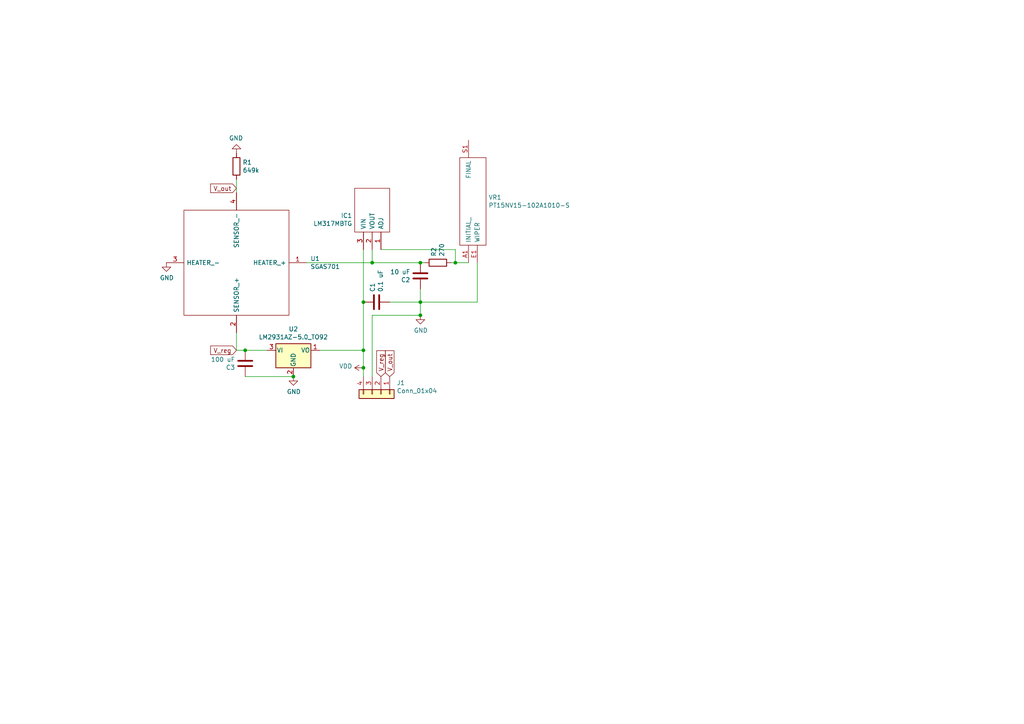
<source format=kicad_sch>
(kicad_sch (version 20211123) (generator eeschema)

  (uuid d414666b-cb3b-4711-9ddb-13cb72dd927b)

  (paper "A4")

  (lib_symbols
    (symbol "Connector_Generic:Conn_01x04" (pin_names (offset 1.016) hide) (in_bom yes) (on_board yes)
      (property "Reference" "J" (id 0) (at 0 5.08 0)
        (effects (font (size 1.27 1.27)))
      )
      (property "Value" "Conn_01x04" (id 1) (at 0 -7.62 0)
        (effects (font (size 1.27 1.27)))
      )
      (property "Footprint" "" (id 2) (at 0 0 0)
        (effects (font (size 1.27 1.27)) hide)
      )
      (property "Datasheet" "~" (id 3) (at 0 0 0)
        (effects (font (size 1.27 1.27)) hide)
      )
      (property "ki_keywords" "connector" (id 4) (at 0 0 0)
        (effects (font (size 1.27 1.27)) hide)
      )
      (property "ki_description" "Generic connector, single row, 01x04, script generated (kicad-library-utils/schlib/autogen/connector/)" (id 5) (at 0 0 0)
        (effects (font (size 1.27 1.27)) hide)
      )
      (property "ki_fp_filters" "Connector*:*_1x??_*" (id 6) (at 0 0 0)
        (effects (font (size 1.27 1.27)) hide)
      )
      (symbol "Conn_01x04_1_1"
        (rectangle (start -1.27 -4.953) (end 0 -5.207)
          (stroke (width 0.1524) (type default) (color 0 0 0 0))
          (fill (type none))
        )
        (rectangle (start -1.27 -2.413) (end 0 -2.667)
          (stroke (width 0.1524) (type default) (color 0 0 0 0))
          (fill (type none))
        )
        (rectangle (start -1.27 0.127) (end 0 -0.127)
          (stroke (width 0.1524) (type default) (color 0 0 0 0))
          (fill (type none))
        )
        (rectangle (start -1.27 2.667) (end 0 2.413)
          (stroke (width 0.1524) (type default) (color 0 0 0 0))
          (fill (type none))
        )
        (rectangle (start -1.27 3.81) (end 1.27 -6.35)
          (stroke (width 0.254) (type default) (color 0 0 0 0))
          (fill (type background))
        )
        (pin passive line (at -5.08 2.54 0) (length 3.81)
          (name "Pin_1" (effects (font (size 1.27 1.27))))
          (number "1" (effects (font (size 1.27 1.27))))
        )
        (pin passive line (at -5.08 0 0) (length 3.81)
          (name "Pin_2" (effects (font (size 1.27 1.27))))
          (number "2" (effects (font (size 1.27 1.27))))
        )
        (pin passive line (at -5.08 -2.54 0) (length 3.81)
          (name "Pin_3" (effects (font (size 1.27 1.27))))
          (number "3" (effects (font (size 1.27 1.27))))
        )
        (pin passive line (at -5.08 -5.08 0) (length 3.81)
          (name "Pin_4" (effects (font (size 1.27 1.27))))
          (number "4" (effects (font (size 1.27 1.27))))
        )
      )
    )
    (symbol "Device:C" (pin_numbers hide) (pin_names (offset 0.254)) (in_bom yes) (on_board yes)
      (property "Reference" "C" (id 0) (at 0.635 2.54 0)
        (effects (font (size 1.27 1.27)) (justify left))
      )
      (property "Value" "C" (id 1) (at 0.635 -2.54 0)
        (effects (font (size 1.27 1.27)) (justify left))
      )
      (property "Footprint" "" (id 2) (at 0.9652 -3.81 0)
        (effects (font (size 1.27 1.27)) hide)
      )
      (property "Datasheet" "~" (id 3) (at 0 0 0)
        (effects (font (size 1.27 1.27)) hide)
      )
      (property "ki_keywords" "cap capacitor" (id 4) (at 0 0 0)
        (effects (font (size 1.27 1.27)) hide)
      )
      (property "ki_description" "Unpolarized capacitor" (id 5) (at 0 0 0)
        (effects (font (size 1.27 1.27)) hide)
      )
      (property "ki_fp_filters" "C_*" (id 6) (at 0 0 0)
        (effects (font (size 1.27 1.27)) hide)
      )
      (symbol "C_0_1"
        (polyline
          (pts
            (xy -2.032 -0.762)
            (xy 2.032 -0.762)
          )
          (stroke (width 0.508) (type default) (color 0 0 0 0))
          (fill (type none))
        )
        (polyline
          (pts
            (xy -2.032 0.762)
            (xy 2.032 0.762)
          )
          (stroke (width 0.508) (type default) (color 0 0 0 0))
          (fill (type none))
        )
      )
      (symbol "C_1_1"
        (pin passive line (at 0 3.81 270) (length 2.794)
          (name "~" (effects (font (size 1.27 1.27))))
          (number "1" (effects (font (size 1.27 1.27))))
        )
        (pin passive line (at 0 -3.81 90) (length 2.794)
          (name "~" (effects (font (size 1.27 1.27))))
          (number "2" (effects (font (size 1.27 1.27))))
        )
      )
    )
    (symbol "Device:R" (pin_numbers hide) (pin_names (offset 0)) (in_bom yes) (on_board yes)
      (property "Reference" "R" (id 0) (at 2.032 0 90)
        (effects (font (size 1.27 1.27)))
      )
      (property "Value" "R" (id 1) (at 0 0 90)
        (effects (font (size 1.27 1.27)))
      )
      (property "Footprint" "" (id 2) (at -1.778 0 90)
        (effects (font (size 1.27 1.27)) hide)
      )
      (property "Datasheet" "~" (id 3) (at 0 0 0)
        (effects (font (size 1.27 1.27)) hide)
      )
      (property "ki_keywords" "R res resistor" (id 4) (at 0 0 0)
        (effects (font (size 1.27 1.27)) hide)
      )
      (property "ki_description" "Resistor" (id 5) (at 0 0 0)
        (effects (font (size 1.27 1.27)) hide)
      )
      (property "ki_fp_filters" "R_*" (id 6) (at 0 0 0)
        (effects (font (size 1.27 1.27)) hide)
      )
      (symbol "R_0_1"
        (rectangle (start -1.016 -2.54) (end 1.016 2.54)
          (stroke (width 0.254) (type default) (color 0 0 0 0))
          (fill (type none))
        )
      )
      (symbol "R_1_1"
        (pin passive line (at 0 3.81 270) (length 1.27)
          (name "~" (effects (font (size 1.27 1.27))))
          (number "1" (effects (font (size 1.27 1.27))))
        )
        (pin passive line (at 0 -3.81 90) (length 1.27)
          (name "~" (effects (font (size 1.27 1.27))))
          (number "2" (effects (font (size 1.27 1.27))))
        )
      )
    )
    (symbol "Regulator_Linear:LM2931AZ-5.0_TO92" (pin_names (offset 0.254)) (in_bom yes) (on_board yes)
      (property "Reference" "U" (id 0) (at -3.81 3.175 0)
        (effects (font (size 1.27 1.27)))
      )
      (property "Value" "LM2931AZ-5.0_TO92" (id 1) (at 0 3.175 0)
        (effects (font (size 1.27 1.27)) (justify left))
      )
      (property "Footprint" "Package_TO_SOT_THT:TO-92_Inline" (id 2) (at 0 5.715 0)
        (effects (font (size 1.27 1.27) italic) hide)
      )
      (property "Datasheet" "http://www.ti.com/lit/ds/symlink/lm2931-n.pdf" (id 3) (at 0 -1.27 0)
        (effects (font (size 1.27 1.27)) hide)
      )
      (property "ki_keywords" "REGULATOR LDO 5V" (id 4) (at 0 0 0)
        (effects (font (size 1.27 1.27)) hide)
      )
      (property "ki_description" "100mA Low drop-out regulator, Fixed Output 5V, TO-92" (id 5) (at 0 0 0)
        (effects (font (size 1.27 1.27)) hide)
      )
      (property "ki_fp_filters" "TO?92*" (id 6) (at 0 0 0)
        (effects (font (size 1.27 1.27)) hide)
      )
      (symbol "LM2931AZ-5.0_TO92_0_1"
        (rectangle (start -5.08 -5.08) (end 5.08 1.905)
          (stroke (width 0.254) (type default) (color 0 0 0 0))
          (fill (type background))
        )
      )
      (symbol "LM2931AZ-5.0_TO92_1_1"
        (pin power_out line (at 7.62 0 180) (length 2.54)
          (name "VO" (effects (font (size 1.27 1.27))))
          (number "1" (effects (font (size 1.27 1.27))))
        )
        (pin power_in line (at 0 -7.62 90) (length 2.54)
          (name "GND" (effects (font (size 1.27 1.27))))
          (number "2" (effects (font (size 1.27 1.27))))
        )
        (pin power_in line (at -7.62 0 0) (length 2.54)
          (name "VI" (effects (font (size 1.27 1.27))))
          (number "3" (effects (font (size 1.27 1.27))))
        )
      )
    )
    (symbol "gas-sniffer-rescue:LM317MBTG-SamacSys_Parts" (pin_names (offset 0.762)) (in_bom yes) (on_board yes)
      (property "Reference" "IC" (id 0) (at 19.05 7.62 0)
        (effects (font (size 1.27 1.27)) (justify left))
      )
      (property "Value" "LM317MBTG-SamacSys_Parts" (id 1) (at 19.05 5.08 0)
        (effects (font (size 1.27 1.27)) (justify left))
      )
      (property "Footprint" "TO254P482X997X2018-3P" (id 2) (at 19.05 2.54 0)
        (effects (font (size 1.27 1.27)) (justify left) hide)
      )
      (property "Datasheet" "http://www.onsemi.com/pub/Collateral/LM317M-D.PDF" (id 3) (at 19.05 0 0)
        (effects (font (size 1.27 1.27)) (justify left) hide)
      )
      (property "Height" "4.82" (id 4) (at 19.05 -5.08 0)
        (effects (font (size 1.27 1.27)) (justify left) hide)
      )
      (property "Mouser Part Number" "863-LM317MBTG" (id 5) (at 19.05 -7.62 0)
        (effects (font (size 1.27 1.27)) (justify left) hide)
      )
      (property "Mouser Price/Stock" "https://www.mouser.co.uk/ProductDetail/onsemi/LM317MBTG?qs=2OtswVQKCOHWWQM%252BNYhxOw%3D%3D" (id 6) (at 19.05 -10.16 0)
        (effects (font (size 1.27 1.27)) (justify left) hide)
      )
      (property "Manufacturer_Name" "onsemi" (id 7) (at 19.05 -12.7 0)
        (effects (font (size 1.27 1.27)) (justify left) hide)
      )
      (property "Manufacturer_Part_Number" "LM317MBTG" (id 8) (at 19.05 -15.24 0)
        (effects (font (size 1.27 1.27)) (justify left) hide)
      )
      (symbol "LM317MBTG-SamacSys_Parts_0_0"
        (pin passive line (at 0 0 0) (length 5.08)
          (name "ADJ" (effects (font (size 1.27 1.27))))
          (number "1" (effects (font (size 1.27 1.27))))
        )
        (pin output line (at 0 -2.54 0) (length 5.08)
          (name "VOUT" (effects (font (size 1.27 1.27))))
          (number "2" (effects (font (size 1.27 1.27))))
        )
        (pin input line (at 0 -5.08 0) (length 5.08)
          (name "VIN" (effects (font (size 1.27 1.27))))
          (number "3" (effects (font (size 1.27 1.27))))
        )
      )
      (symbol "LM317MBTG-SamacSys_Parts_0_1"
        (polyline
          (pts
            (xy 5.08 2.54)
            (xy 17.78 2.54)
            (xy 17.78 -7.62)
            (xy 5.08 -7.62)
            (xy 5.08 2.54)
          )
          (stroke (width 0.1524) (type default) (color 0 0 0 0))
          (fill (type none))
        )
      )
    )
    (symbol "gas-sniffer-rescue:PT15NV15-102A1010-S-SamacSys_Parts" (pin_names (offset 0.762)) (in_bom yes) (on_board yes)
      (property "Reference" "VR" (id 0) (at 31.75 7.62 0)
        (effects (font (size 1.27 1.27)) (justify left))
      )
      (property "Value" "PT15NV15-102A1010-S-SamacSys_Parts" (id 1) (at 31.75 5.08 0)
        (effects (font (size 1.27 1.27)) (justify left))
      )
      (property "Footprint" "PT15NV15102A1010S" (id 2) (at 31.75 2.54 0)
        (effects (font (size 1.27 1.27)) (justify left) hide)
      )
      (property "Datasheet" "https://www.mouser.de/datasheet/2/18/1/14_PT15v03-1915311.pdf" (id 3) (at 31.75 0 0)
        (effects (font (size 1.27 1.27)) (justify left) hide)
      )
      (property "Description" "Trimmer Resistors - Through Hole 15mm control/sensor trimmr potentiometer" (id 4) (at 31.75 -2.54 0)
        (effects (font (size 1.27 1.27)) (justify left) hide)
      )
      (property "Height" "7.2" (id 5) (at 31.75 -5.08 0)
        (effects (font (size 1.27 1.27)) (justify left) hide)
      )
      (property "Mouser Part Number" "531-PT15NV15102A101S" (id 6) (at 31.75 -7.62 0)
        (effects (font (size 1.27 1.27)) (justify left) hide)
      )
      (property "Mouser Price/Stock" "https://www.mouser.co.uk/ProductDetail/Amphenol-Piher/PT15NV15-102A1010-S?qs=DPoM0jnrROW7FjN7ghMpfA%3D%3D" (id 7) (at 31.75 -10.16 0)
        (effects (font (size 1.27 1.27)) (justify left) hide)
      )
      (property "Manufacturer_Name" "PIHER" (id 8) (at 31.75 -12.7 0)
        (effects (font (size 1.27 1.27)) (justify left) hide)
      )
      (property "Manufacturer_Part_Number" "PT15NV15-102A1010-S" (id 9) (at 31.75 -15.24 0)
        (effects (font (size 1.27 1.27)) (justify left) hide)
      )
      (symbol "PT15NV15-102A1010-S-SamacSys_Parts_0_0"
        (pin passive line (at 0 0 0) (length 5.08)
          (name "INITIAL_" (effects (font (size 1.27 1.27))))
          (number "A1" (effects (font (size 1.27 1.27))))
        )
        (pin passive line (at 0 -2.54 0) (length 5.08)
          (name "WIPER" (effects (font (size 1.27 1.27))))
          (number "E1" (effects (font (size 1.27 1.27))))
        )
        (pin passive line (at 35.56 0 180) (length 5.08)
          (name "FINAL" (effects (font (size 1.27 1.27))))
          (number "S1" (effects (font (size 1.27 1.27))))
        )
      )
      (symbol "PT15NV15-102A1010-S-SamacSys_Parts_0_1"
        (polyline
          (pts
            (xy 5.08 2.54)
            (xy 30.48 2.54)
            (xy 30.48 -5.08)
            (xy 5.08 -5.08)
            (xy 5.08 2.54)
          )
          (stroke (width 0.1524) (type default) (color 0 0 0 0))
          (fill (type none))
        )
      )
    )
    (symbol "gas-sniffer-rescue:SGAS701-SamacSys_Parts" (pin_names (offset 0.762)) (in_bom yes) (on_board yes)
      (property "Reference" "U" (id 0) (at 36.83 20.32 0)
        (effects (font (size 1.27 1.27)) (justify left))
      )
      (property "Value" "SGAS701-SamacSys_Parts" (id 1) (at 36.83 17.78 0)
        (effects (font (size 1.27 1.27)) (justify left))
      )
      (property "Footprint" "SGAS701" (id 2) (at 36.83 15.24 0)
        (effects (font (size 1.27 1.27)) (justify left) hide)
      )
      (property "Datasheet" "https://componentsearchengine.com/Datasheets/1/SGAS701.pdf" (id 3) (at 36.83 12.7 0)
        (effects (font (size 1.27 1.27)) (justify left) hide)
      )
      (property "Description" "TRANSISTOR (T0-39)" (id 4) (at 36.83 10.16 0)
        (effects (font (size 1.27 1.27)) (justify left) hide)
      )
      (property "Height" "8.2296" (id 5) (at 36.83 7.62 0)
        (effects (font (size 1.27 1.27)) (justify left) hide)
      )
      (property "Mouser Part Number" "972-SGAS701" (id 6) (at 36.83 5.08 0)
        (effects (font (size 1.27 1.27)) (justify left) hide)
      )
      (property "Mouser Price/Stock" "https://www.mouser.com/Search/Refine.aspx?Keyword=972-SGAS701" (id 7) (at 36.83 2.54 0)
        (effects (font (size 1.27 1.27)) (justify left) hide)
      )
      (property "Manufacturer_Name" "IDT" (id 8) (at 36.83 0 0)
        (effects (font (size 1.27 1.27)) (justify left) hide)
      )
      (property "Manufacturer_Part_Number" "SGAS701" (id 9) (at 36.83 -2.54 0)
        (effects (font (size 1.27 1.27)) (justify left) hide)
      )
      (symbol "SGAS701-SamacSys_Parts_0_0"
        (pin passive line (at 40.64 0 180) (length 5.08)
          (name "HEATER_+" (effects (font (size 1.27 1.27))))
          (number "1" (effects (font (size 1.27 1.27))))
        )
        (pin passive line (at 20.32 -20.32 90) (length 5.08)
          (name "SENSOR_+" (effects (font (size 1.27 1.27))))
          (number "2" (effects (font (size 1.27 1.27))))
        )
        (pin passive line (at 0 0 0) (length 5.08)
          (name "HEATER_-" (effects (font (size 1.27 1.27))))
          (number "3" (effects (font (size 1.27 1.27))))
        )
        (pin passive line (at 20.32 20.32 270) (length 5.08)
          (name "SENSOR_-" (effects (font (size 1.27 1.27))))
          (number "4" (effects (font (size 1.27 1.27))))
        )
      )
      (symbol "SGAS701-SamacSys_Parts_0_1"
        (polyline
          (pts
            (xy 5.08 15.24)
            (xy 35.56 15.24)
            (xy 35.56 -15.24)
            (xy 5.08 -15.24)
            (xy 5.08 15.24)
          )
          (stroke (width 0.1524) (type default) (color 0 0 0 0))
          (fill (type none))
        )
      )
    )
    (symbol "power:GND" (power) (pin_names (offset 0)) (in_bom yes) (on_board yes)
      (property "Reference" "#PWR" (id 0) (at 0 -6.35 0)
        (effects (font (size 1.27 1.27)) hide)
      )
      (property "Value" "GND" (id 1) (at 0 -3.81 0)
        (effects (font (size 1.27 1.27)))
      )
      (property "Footprint" "" (id 2) (at 0 0 0)
        (effects (font (size 1.27 1.27)) hide)
      )
      (property "Datasheet" "" (id 3) (at 0 0 0)
        (effects (font (size 1.27 1.27)) hide)
      )
      (property "ki_keywords" "power-flag" (id 4) (at 0 0 0)
        (effects (font (size 1.27 1.27)) hide)
      )
      (property "ki_description" "Power symbol creates a global label with name \"GND\" , ground" (id 5) (at 0 0 0)
        (effects (font (size 1.27 1.27)) hide)
      )
      (symbol "GND_0_1"
        (polyline
          (pts
            (xy 0 0)
            (xy 0 -1.27)
            (xy 1.27 -1.27)
            (xy 0 -2.54)
            (xy -1.27 -1.27)
            (xy 0 -1.27)
          )
          (stroke (width 0) (type default) (color 0 0 0 0))
          (fill (type none))
        )
      )
      (symbol "GND_1_1"
        (pin power_in line (at 0 0 270) (length 0) hide
          (name "GND" (effects (font (size 1.27 1.27))))
          (number "1" (effects (font (size 1.27 1.27))))
        )
      )
    )
    (symbol "power:VDD" (power) (pin_names (offset 0)) (in_bom yes) (on_board yes)
      (property "Reference" "#PWR" (id 0) (at 0 -3.81 0)
        (effects (font (size 1.27 1.27)) hide)
      )
      (property "Value" "VDD" (id 1) (at 0 3.81 0)
        (effects (font (size 1.27 1.27)))
      )
      (property "Footprint" "" (id 2) (at 0 0 0)
        (effects (font (size 1.27 1.27)) hide)
      )
      (property "Datasheet" "" (id 3) (at 0 0 0)
        (effects (font (size 1.27 1.27)) hide)
      )
      (property "ki_keywords" "power-flag" (id 4) (at 0 0 0)
        (effects (font (size 1.27 1.27)) hide)
      )
      (property "ki_description" "Power symbol creates a global label with name \"VDD\"" (id 5) (at 0 0 0)
        (effects (font (size 1.27 1.27)) hide)
      )
      (symbol "VDD_0_1"
        (polyline
          (pts
            (xy -0.762 1.27)
            (xy 0 2.54)
          )
          (stroke (width 0) (type default) (color 0 0 0 0))
          (fill (type none))
        )
        (polyline
          (pts
            (xy 0 0)
            (xy 0 2.54)
          )
          (stroke (width 0) (type default) (color 0 0 0 0))
          (fill (type none))
        )
        (polyline
          (pts
            (xy 0 2.54)
            (xy 0.762 1.27)
          )
          (stroke (width 0) (type default) (color 0 0 0 0))
          (fill (type none))
        )
      )
      (symbol "VDD_1_1"
        (pin power_in line (at 0 0 90) (length 0) hide
          (name "VDD" (effects (font (size 1.27 1.27))))
          (number "1" (effects (font (size 1.27 1.27))))
        )
      )
    )
  )

  (junction (at 105.41 87.63) (diameter 0) (color 0 0 0 0)
    (uuid 1129ea16-9325-4102-b442-5375432e5a1c)
  )
  (junction (at 105.41 101.6) (diameter 0) (color 0 0 0 0)
    (uuid 145dceec-a6eb-4b2b-a7f9-06124d526e90)
  )
  (junction (at 85.09 109.22) (diameter 0) (color 0 0 0 0)
    (uuid 21fb6b49-910d-4818-8f36-2c2287e5442b)
  )
  (junction (at 71.12 101.6) (diameter 0) (color 0 0 0 0)
    (uuid 2c99b526-7a6e-4d7b-a874-2cbf196ad706)
  )
  (junction (at 121.92 91.44) (diameter 0) (color 0 0 0 0)
    (uuid 37b68f3f-ae8a-4f02-a92a-667504c34c41)
  )
  (junction (at 105.41 106.68) (diameter 0) (color 0 0 0 0)
    (uuid 5829c761-538e-4cb2-9563-90f5637ff576)
  )
  (junction (at 107.95 76.2) (diameter 0) (color 0 0 0 0)
    (uuid b840db49-bbbf-43f0-8d96-18b360798784)
  )
  (junction (at 121.92 87.63) (diameter 0) (color 0 0 0 0)
    (uuid c72142a0-0c0f-4ba5-a235-89c796857ee8)
  )
  (junction (at 132.08 76.2) (diameter 0) (color 0 0 0 0)
    (uuid f12d3a6d-6651-4c94-a175-e850d066baa0)
  )
  (junction (at 121.92 76.2) (diameter 0) (color 0 0 0 0)
    (uuid fbbb728d-60a0-4e42-aea2-8723347ac991)
  )

  (wire (pts (xy 138.43 87.63) (xy 121.92 87.63))
    (stroke (width 0) (type default) (color 0 0 0 0))
    (uuid 049dd06d-a5ae-405f-926e-0020bcf9e28e)
  )
  (wire (pts (xy 107.95 91.44) (xy 121.92 91.44))
    (stroke (width 0) (type default) (color 0 0 0 0))
    (uuid 07846165-6752-4175-90b0-00d87b0b65ca)
  )
  (wire (pts (xy 105.41 87.63) (xy 105.41 101.6))
    (stroke (width 0) (type default) (color 0 0 0 0))
    (uuid 160ff3e8-3264-4a62-aa49-a7f3c42bc2f2)
  )
  (wire (pts (xy 132.08 76.2) (xy 135.89 76.2))
    (stroke (width 0) (type default) (color 0 0 0 0))
    (uuid 29eeaad2-d890-4e8d-9179-c53bbe172cf9)
  )
  (wire (pts (xy 107.95 76.2) (xy 88.9 76.2))
    (stroke (width 0) (type default) (color 0 0 0 0))
    (uuid 2ebe4daf-49f0-4db2-8aa7-541f9fc07b06)
  )
  (wire (pts (xy 113.03 87.63) (xy 121.92 87.63))
    (stroke (width 0) (type default) (color 0 0 0 0))
    (uuid 3aae153e-5793-4c78-8334-33b5e12dfc97)
  )
  (wire (pts (xy 105.41 106.68) (xy 105.41 109.22))
    (stroke (width 0) (type default) (color 0 0 0 0))
    (uuid 4f7e8089-29f3-4378-b569-e9852ca398c0)
  )
  (wire (pts (xy 92.71 101.6) (xy 105.41 101.6))
    (stroke (width 0) (type default) (color 0 0 0 0))
    (uuid 5a51b518-2fcc-4498-a047-d4491a7401f3)
  )
  (wire (pts (xy 105.41 72.39) (xy 105.41 87.63))
    (stroke (width 0) (type default) (color 0 0 0 0))
    (uuid 6af2596d-cd10-4eb6-84d2-40f4de558c91)
  )
  (wire (pts (xy 138.43 76.2) (xy 138.43 87.63))
    (stroke (width 0) (type default) (color 0 0 0 0))
    (uuid 71bacfcf-802a-4a63-8c31-93da8aa56f91)
  )
  (wire (pts (xy 107.95 76.2) (xy 107.95 72.39))
    (stroke (width 0) (type default) (color 0 0 0 0))
    (uuid 72b31718-3dfb-4391-bd31-aeea911002bc)
  )
  (wire (pts (xy 71.12 109.22) (xy 85.09 109.22))
    (stroke (width 0) (type default) (color 0 0 0 0))
    (uuid 8139d700-625a-49a2-b3a4-b765a8c06460)
  )
  (wire (pts (xy 121.92 87.63) (xy 121.92 91.44))
    (stroke (width 0) (type default) (color 0 0 0 0))
    (uuid 8e25c918-a13f-4ef5-9dc0-b42cda981a06)
  )
  (wire (pts (xy 132.08 76.2) (xy 132.08 72.39))
    (stroke (width 0) (type default) (color 0 0 0 0))
    (uuid 902683c8-6c07-491b-9d0f-909a76adaa14)
  )
  (wire (pts (xy 71.12 101.6) (xy 68.58 101.6))
    (stroke (width 0) (type default) (color 0 0 0 0))
    (uuid 98cfe108-90eb-49a3-a5d3-0e422ff8962c)
  )
  (wire (pts (xy 121.92 83.82) (xy 121.92 87.63))
    (stroke (width 0) (type default) (color 0 0 0 0))
    (uuid 99d6c69a-9ee7-4135-88bd-c9bc4f430591)
  )
  (wire (pts (xy 107.95 76.2) (xy 121.92 76.2))
    (stroke (width 0) (type default) (color 0 0 0 0))
    (uuid b0f202d3-ec41-480d-a6df-657f05428f73)
  )
  (wire (pts (xy 130.81 76.2) (xy 132.08 76.2))
    (stroke (width 0) (type default) (color 0 0 0 0))
    (uuid c1679733-bd6d-458b-bac9-e384447acfa9)
  )
  (wire (pts (xy 121.92 76.2) (xy 123.19 76.2))
    (stroke (width 0) (type default) (color 0 0 0 0))
    (uuid c5d0bdc4-a38a-4b20-b937-7859cacf5470)
  )
  (wire (pts (xy 105.41 101.6) (xy 105.41 106.68))
    (stroke (width 0) (type default) (color 0 0 0 0))
    (uuid c89c0452-b6f9-4e2a-a84e-fed21001393a)
  )
  (wire (pts (xy 68.58 55.88) (xy 68.58 52.07))
    (stroke (width 0) (type default) (color 0 0 0 0))
    (uuid d2f0b3f8-d344-414f-857c-0c90c939ab1c)
  )
  (wire (pts (xy 68.58 101.6) (xy 68.58 96.52))
    (stroke (width 0) (type default) (color 0 0 0 0))
    (uuid e3b1ddcf-35c8-4283-8141-f806caac73f8)
  )
  (wire (pts (xy 110.49 72.39) (xy 132.08 72.39))
    (stroke (width 0) (type default) (color 0 0 0 0))
    (uuid e6ae5001-82d5-481c-8f57-bc666e59ae9a)
  )
  (wire (pts (xy 107.95 91.44) (xy 107.95 109.22))
    (stroke (width 0) (type default) (color 0 0 0 0))
    (uuid fc9c844a-5281-4772-850b-0cb7d0deec08)
  )
  (wire (pts (xy 77.47 101.6) (xy 71.12 101.6))
    (stroke (width 0) (type default) (color 0 0 0 0))
    (uuid fd40bc0a-8ded-4d76-920c-cac1ad4785dc)
  )

  (global_label "V_reg" (shape input) (at 68.58 101.6 180) (fields_autoplaced)
    (effects (font (size 1.27 1.27)) (justify right))
    (uuid 47139f7e-cfbd-4b98-895c-b0309f8fcaac)
    (property "Intersheet References" "${INTERSHEET_REFS}" (id 0) (at 0 0 0)
      (effects (font (size 1.27 1.27)) hide)
    )
  )
  (global_label "V_out" (shape input) (at 113.03 109.22 90) (fields_autoplaced)
    (effects (font (size 1.27 1.27)) (justify left))
    (uuid 6d19b4fd-dc37-4a3d-a430-a6d8dd7d1d38)
    (property "Intersheet References" "${INTERSHEET_REFS}" (id 0) (at 0 0 0)
      (effects (font (size 1.27 1.27)) hide)
    )
  )
  (global_label "V_out" (shape input) (at 68.58 54.61 180) (fields_autoplaced)
    (effects (font (size 1.27 1.27)) (justify right))
    (uuid 7aecebf6-541e-4498-bb83-92561e0e39eb)
    (property "Intersheet References" "${INTERSHEET_REFS}" (id 0) (at 0 0 0)
      (effects (font (size 1.27 1.27)) hide)
    )
  )
  (global_label "V_reg" (shape input) (at 110.49 109.22 90) (fields_autoplaced)
    (effects (font (size 1.27 1.27)) (justify left))
    (uuid e246f681-b198-469c-9b8f-a1b84be23aa1)
    (property "Intersheet References" "${INTERSHEET_REFS}" (id 0) (at 0 0 0)
      (effects (font (size 1.27 1.27)) hide)
    )
  )

  (symbol (lib_id "gas-sniffer-rescue:LM317MBTG-SamacSys_Parts") (at 110.49 72.39 270) (mirror x) (unit 1)
    (in_bom yes) (on_board yes)
    (uuid 00000000-0000-0000-0000-000062d0fad7)
    (property "Reference" "IC1" (id 0) (at 102.1588 62.5348 90)
      (effects (font (size 1.27 1.27)) (justify right))
    )
    (property "Value" "" (id 1) (at 102.1588 64.8462 90)
      (effects (font (size 1.27 1.27)) (justify right))
    )
    (property "Footprint" "" (id 2) (at 113.03 53.34 0)
      (effects (font (size 1.27 1.27)) (justify left) hide)
    )
    (property "Datasheet" "http://www.onsemi.com/pub/Collateral/LM317M-D.PDF" (id 3) (at 110.49 53.34 0)
      (effects (font (size 1.27 1.27)) (justify left) hide)
    )
    (property "Description" "" (id 4) (at 107.95 53.34 0)
      (effects (font (size 1.27 1.27)) (justify left) hide)
    )
    (property "Height" "4.82" (id 5) (at 105.41 53.34 0)
      (effects (font (size 1.27 1.27)) (justify left) hide)
    )
    (property "Mouser Part Number" "863-LM317MBTG" (id 6) (at 102.87 53.34 0)
      (effects (font (size 1.27 1.27)) (justify left) hide)
    )
    (property "Mouser Price/Stock" "https://www.mouser.co.uk/ProductDetail/onsemi/LM317MBTG?qs=2OtswVQKCOHWWQM%252BNYhxOw%3D%3D" (id 7) (at 100.33 53.34 0)
      (effects (font (size 1.27 1.27)) (justify left) hide)
    )
    (property "Manufacturer_Name" "onsemi" (id 8) (at 97.79 53.34 0)
      (effects (font (size 1.27 1.27)) (justify left) hide)
    )
    (property "Manufacturer_Part_Number" "LM317MBTG" (id 9) (at 95.25 53.34 0)
      (effects (font (size 1.27 1.27)) (justify left) hide)
    )
    (pin "1" (uuid 1c9f8fbf-d912-4469-a24f-97df295c6000))
    (pin "2" (uuid 08b491a5-d060-41e3-9545-087639bb5806))
    (pin "3" (uuid ddee8c46-1f90-4cc3-a7df-580df25d0f06))
  )

  (symbol (lib_id "gas-sniffer-rescue:PT15NV15-102A1010-S-SamacSys_Parts") (at 135.89 76.2 90) (unit 1)
    (in_bom yes) (on_board yes)
    (uuid 00000000-0000-0000-0000-000062d107e4)
    (property "Reference" "VR1" (id 0) (at 141.6812 57.2516 90)
      (effects (font (size 1.27 1.27)) (justify right))
    )
    (property "Value" "" (id 1) (at 141.6812 59.563 90)
      (effects (font (size 1.27 1.27)) (justify right))
    )
    (property "Footprint" "" (id 2) (at 133.35 44.45 0)
      (effects (font (size 1.27 1.27)) (justify left) hide)
    )
    (property "Datasheet" "https://www.mouser.de/datasheet/2/18/1/14_PT15v03-1915311.pdf" (id 3) (at 135.89 44.45 0)
      (effects (font (size 1.27 1.27)) (justify left) hide)
    )
    (property "Description" "Trimmer Resistors - Through Hole 15mm control/sensor trimmr potentiometer" (id 4) (at 138.43 44.45 0)
      (effects (font (size 1.27 1.27)) (justify left) hide)
    )
    (property "Height" "7.2" (id 5) (at 140.97 44.45 0)
      (effects (font (size 1.27 1.27)) (justify left) hide)
    )
    (property "Mouser Part Number" "531-PT15NV15102A101S" (id 6) (at 143.51 44.45 0)
      (effects (font (size 1.27 1.27)) (justify left) hide)
    )
    (property "Mouser Price/Stock" "https://www.mouser.co.uk/ProductDetail/Amphenol-Piher/PT15NV15-102A1010-S?qs=DPoM0jnrROW7FjN7ghMpfA%3D%3D" (id 7) (at 146.05 44.45 0)
      (effects (font (size 1.27 1.27)) (justify left) hide)
    )
    (property "Manufacturer_Name" "PIHER" (id 8) (at 148.59 44.45 0)
      (effects (font (size 1.27 1.27)) (justify left) hide)
    )
    (property "Manufacturer_Part_Number" "PT15NV15-102A1010-S" (id 9) (at 151.13 44.45 0)
      (effects (font (size 1.27 1.27)) (justify left) hide)
    )
    (pin "A1" (uuid ac15fa3c-f0ec-4072-9502-b2287ae4acc5))
    (pin "E1" (uuid 5ce56800-e978-4adf-b986-66daf00d19e7))
    (pin "S1" (uuid a51ffb3b-578a-49b0-867a-4770370551b6))
  )

  (symbol (lib_id "Connector_Generic:Conn_01x04") (at 110.49 114.3 270) (unit 1)
    (in_bom yes) (on_board yes)
    (uuid 00000000-0000-0000-0000-000062d116d3)
    (property "Reference" "J1" (id 0) (at 115.062 111.0488 90)
      (effects (font (size 1.27 1.27)) (justify left))
    )
    (property "Value" "" (id 1) (at 115.062 113.3602 90)
      (effects (font (size 1.27 1.27)) (justify left))
    )
    (property "Footprint" "" (id 2) (at 110.49 114.3 0)
      (effects (font (size 1.27 1.27)) hide)
    )
    (property "Datasheet" "~" (id 3) (at 110.49 114.3 0)
      (effects (font (size 1.27 1.27)) hide)
    )
    (pin "1" (uuid b13372df-44f4-413a-83b0-92b31815eee2))
    (pin "2" (uuid 202eb4a1-88a0-44d5-b170-5e6900d49c92))
    (pin "3" (uuid ab3468a1-1827-4413-8606-f9eb0e197486))
    (pin "4" (uuid 0a2da491-fba9-4755-ac76-d99e0828f49f))
  )

  (symbol (lib_id "Device:R") (at 127 76.2 90) (unit 1)
    (in_bom yes) (on_board yes)
    (uuid 00000000-0000-0000-0000-000062d12e26)
    (property "Reference" "R2" (id 0) (at 125.8316 74.422 0)
      (effects (font (size 1.27 1.27)) (justify left))
    )
    (property "Value" "" (id 1) (at 128.143 74.422 0)
      (effects (font (size 1.27 1.27)) (justify left))
    )
    (property "Footprint" "" (id 2) (at 127 77.978 90)
      (effects (font (size 1.27 1.27)) hide)
    )
    (property "Datasheet" "~" (id 3) (at 127 76.2 0)
      (effects (font (size 1.27 1.27)) hide)
    )
    (pin "1" (uuid 994f27f5-e6df-4702-a7f5-76053d6df449))
    (pin "2" (uuid afc0f038-b310-4e99-b554-465f78ff89fb))
  )

  (symbol (lib_id "Device:C") (at 109.22 87.63 90) (unit 1)
    (in_bom yes) (on_board yes)
    (uuid 00000000-0000-0000-0000-000062d13353)
    (property "Reference" "C1" (id 0) (at 108.0516 84.709 0)
      (effects (font (size 1.27 1.27)) (justify left))
    )
    (property "Value" "" (id 1) (at 110.363 84.709 0)
      (effects (font (size 1.27 1.27)) (justify left))
    )
    (property "Footprint" "" (id 2) (at 113.03 86.6648 0)
      (effects (font (size 1.27 1.27)) hide)
    )
    (property "Datasheet" "https://www.mouser.co.uk/datasheet/2/212/KEM_C1041_AXIMAX_X7R-1140508.pdf" (id 3) (at 109.22 87.63 0)
      (effects (font (size 1.27 1.27)) hide)
    )
    (pin "1" (uuid d2cc8d10-1c5e-429c-88f7-83dfc0c381c8))
    (pin "2" (uuid bcf64158-b879-4b65-ac46-e85950156655))
  )

  (symbol (lib_id "gas-sniffer-rescue:SGAS701-SamacSys_Parts") (at 48.26 76.2 0) (unit 1)
    (in_bom yes) (on_board yes)
    (uuid 00000000-0000-0000-0000-000062d13689)
    (property "Reference" "U1" (id 0) (at 90.0176 75.0316 0)
      (effects (font (size 1.27 1.27)) (justify left))
    )
    (property "Value" "" (id 1) (at 90.0176 77.343 0)
      (effects (font (size 1.27 1.27)) (justify left))
    )
    (property "Footprint" "" (id 2) (at 85.09 60.96 0)
      (effects (font (size 1.27 1.27)) (justify left) hide)
    )
    (property "Datasheet" "https://componentsearchengine.com/Datasheets/1/SGAS701.pdf" (id 3) (at 85.09 63.5 0)
      (effects (font (size 1.27 1.27)) (justify left) hide)
    )
    (property "Description" "TRANSISTOR (T0-39)" (id 4) (at 85.09 66.04 0)
      (effects (font (size 1.27 1.27)) (justify left) hide)
    )
    (property "Height" "8.2296" (id 5) (at 85.09 68.58 0)
      (effects (font (size 1.27 1.27)) (justify left) hide)
    )
    (property "Mouser Part Number" "972-SGAS701" (id 6) (at 85.09 71.12 0)
      (effects (font (size 1.27 1.27)) (justify left) hide)
    )
    (property "Mouser Price/Stock" "https://www.mouser.com/Search/Refine.aspx?Keyword=972-SGAS701" (id 7) (at 85.09 73.66 0)
      (effects (font (size 1.27 1.27)) (justify left) hide)
    )
    (property "Manufacturer_Name" "IDT" (id 8) (at 85.09 76.2 0)
      (effects (font (size 1.27 1.27)) (justify left) hide)
    )
    (property "Manufacturer_Part_Number" "SGAS701" (id 9) (at 85.09 78.74 0)
      (effects (font (size 1.27 1.27)) (justify left) hide)
    )
    (pin "1" (uuid ebc89dac-2bb1-4191-93f5-ac788e769020))
    (pin "2" (uuid bb0da92a-4070-471b-b881-a111ad70a530))
    (pin "3" (uuid 4b5774a0-8439-4b6f-a7a4-26b19f662c5a))
    (pin "4" (uuid beddf4d0-2258-46e6-b27b-ec73ff685b57))
  )

  (symbol (lib_id "Device:C") (at 121.92 80.01 180) (unit 1)
    (in_bom yes) (on_board yes)
    (uuid 00000000-0000-0000-0000-000062d1a319)
    (property "Reference" "C2" (id 0) (at 118.999 81.1784 0)
      (effects (font (size 1.27 1.27)) (justify left))
    )
    (property "Value" "" (id 1) (at 118.999 78.867 0)
      (effects (font (size 1.27 1.27)) (justify left))
    )
    (property "Footprint" "" (id 2) (at 120.9548 76.2 0)
      (effects (font (size 1.27 1.27)) hide)
    )
    (property "Datasheet" "https://www.mouser.co.uk/datasheet/2/445/860010472002-1725261.pdf" (id 3) (at 121.92 80.01 0)
      (effects (font (size 1.27 1.27)) hide)
    )
    (pin "1" (uuid 1ef343cb-a10c-4b47-a1fa-287aca5cdb0a))
    (pin "2" (uuid 37c8b8af-669c-43ab-af01-55173e9626cc))
  )

  (symbol (lib_id "power:GND") (at 121.92 91.44 0) (unit 1)
    (in_bom yes) (on_board yes)
    (uuid 00000000-0000-0000-0000-000062d1a87e)
    (property "Reference" "#PWR0101" (id 0) (at 121.92 97.79 0)
      (effects (font (size 1.27 1.27)) hide)
    )
    (property "Value" "" (id 1) (at 122.047 95.8342 0))
    (property "Footprint" "" (id 2) (at 121.92 91.44 0)
      (effects (font (size 1.27 1.27)) hide)
    )
    (property "Datasheet" "" (id 3) (at 121.92 91.44 0)
      (effects (font (size 1.27 1.27)) hide)
    )
    (pin "1" (uuid 17435b8e-97f9-48cf-b088-2b9de13e233d))
  )

  (symbol (lib_id "power:VDD") (at 105.41 106.68 90) (unit 1)
    (in_bom yes) (on_board yes)
    (uuid 00000000-0000-0000-0000-000062d1afa8)
    (property "Reference" "#PWR0102" (id 0) (at 109.22 106.68 0)
      (effects (font (size 1.27 1.27)) hide)
    )
    (property "Value" "" (id 1) (at 102.1842 106.2228 90)
      (effects (font (size 1.27 1.27)) (justify left))
    )
    (property "Footprint" "" (id 2) (at 105.41 106.68 0)
      (effects (font (size 1.27 1.27)) hide)
    )
    (property "Datasheet" "" (id 3) (at 105.41 106.68 0)
      (effects (font (size 1.27 1.27)) hide)
    )
    (pin "1" (uuid 75d18db4-1153-4be6-b628-9f02905281a4))
  )

  (symbol (lib_id "power:GND") (at 48.26 76.2 0) (unit 1)
    (in_bom yes) (on_board yes)
    (uuid 00000000-0000-0000-0000-000062d1f4cd)
    (property "Reference" "#PWR0103" (id 0) (at 48.26 82.55 0)
      (effects (font (size 1.27 1.27)) hide)
    )
    (property "Value" "" (id 1) (at 48.387 80.5942 0))
    (property "Footprint" "" (id 2) (at 48.26 76.2 0)
      (effects (font (size 1.27 1.27)) hide)
    )
    (property "Datasheet" "" (id 3) (at 48.26 76.2 0)
      (effects (font (size 1.27 1.27)) hide)
    )
    (pin "1" (uuid d1392a6b-9209-4de1-836d-6966c16bd55d))
  )

  (symbol (lib_id "Regulator_Linear:LM2931AZ-5.0_TO92") (at 85.09 101.6 0) (unit 1)
    (in_bom yes) (on_board yes)
    (uuid 00000000-0000-0000-0000-000062d1fea0)
    (property "Reference" "U2" (id 0) (at 85.09 95.4532 0))
    (property "Value" "" (id 1) (at 85.09 97.7646 0))
    (property "Footprint" "" (id 2) (at 85.09 95.885 0)
      (effects (font (size 1.27 1.27) italic) hide)
    )
    (property "Datasheet" "http://www.ti.com/lit/ds/symlink/lm2931-n.pdf" (id 3) (at 85.09 102.87 0)
      (effects (font (size 1.27 1.27)) hide)
    )
    (pin "1" (uuid 30cf012f-a890-47ce-99c1-ec110a44cebc))
    (pin "2" (uuid cf14e02d-456c-4c40-bcfe-895f111b9ddb))
    (pin "3" (uuid f93fc9f4-fc3f-48f6-87a1-7d14bfe36db1))
  )

  (symbol (lib_id "power:GND") (at 85.09 109.22 0) (unit 1)
    (in_bom yes) (on_board yes)
    (uuid 00000000-0000-0000-0000-000062d2322d)
    (property "Reference" "#PWR0104" (id 0) (at 85.09 115.57 0)
      (effects (font (size 1.27 1.27)) hide)
    )
    (property "Value" "" (id 1) (at 85.217 113.6142 0))
    (property "Footprint" "" (id 2) (at 85.09 109.22 0)
      (effects (font (size 1.27 1.27)) hide)
    )
    (property "Datasheet" "" (id 3) (at 85.09 109.22 0)
      (effects (font (size 1.27 1.27)) hide)
    )
    (pin "1" (uuid 0743bbbd-97c4-45fa-8770-ff50eafb323f))
  )

  (symbol (lib_id "Device:R") (at 68.58 48.26 0) (unit 1)
    (in_bom yes) (on_board yes)
    (uuid 00000000-0000-0000-0000-000062d23afe)
    (property "Reference" "R1" (id 0) (at 70.358 47.0916 0)
      (effects (font (size 1.27 1.27)) (justify left))
    )
    (property "Value" "" (id 1) (at 70.358 49.403 0)
      (effects (font (size 1.27 1.27)) (justify left))
    )
    (property "Footprint" "" (id 2) (at 66.802 48.26 90)
      (effects (font (size 1.27 1.27)) hide)
    )
    (property "Datasheet" "https://www.mouser.co.uk/datasheet/2/418/4/NG_DS_1773265_A-721971.pdf" (id 3) (at 68.58 48.26 0)
      (effects (font (size 1.27 1.27)) hide)
    )
    (pin "1" (uuid e6f5b1fe-5502-4e4f-b3af-fc7e1c05e4be))
    (pin "2" (uuid ff9713f0-5614-4886-abc7-d017907aec6c))
  )

  (symbol (lib_id "power:GND") (at 68.58 44.45 180) (unit 1)
    (in_bom yes) (on_board yes)
    (uuid 00000000-0000-0000-0000-000062d24633)
    (property "Reference" "#PWR0105" (id 0) (at 68.58 38.1 0)
      (effects (font (size 1.27 1.27)) hide)
    )
    (property "Value" "" (id 1) (at 68.453 40.0558 0))
    (property "Footprint" "" (id 2) (at 68.58 44.45 0)
      (effects (font (size 1.27 1.27)) hide)
    )
    (property "Datasheet" "" (id 3) (at 68.58 44.45 0)
      (effects (font (size 1.27 1.27)) hide)
    )
    (pin "1" (uuid c6bc6abd-eba2-4d53-b4a8-56039248483b))
  )

  (symbol (lib_id "Device:C") (at 71.12 105.41 180) (unit 1)
    (in_bom yes) (on_board yes)
    (uuid 00000000-0000-0000-0000-000062d25eab)
    (property "Reference" "C3" (id 0) (at 68.199 106.5784 0)
      (effects (font (size 1.27 1.27)) (justify left))
    )
    (property "Value" "" (id 1) (at 68.199 104.267 0)
      (effects (font (size 1.27 1.27)) (justify left))
    )
    (property "Footprint" "" (id 2) (at 70.1548 101.6 0)
      (effects (font (size 1.27 1.27)) hide)
    )
    (property "Datasheet" "https://www.mouser.co.uk/datasheet/2/231/161587801891-2256037.pdf" (id 3) (at 71.12 105.41 0)
      (effects (font (size 1.27 1.27)) hide)
    )
    (pin "1" (uuid 6179a1ff-08c5-48df-8b7a-f4a1a448f22c))
    (pin "2" (uuid dd0b5bc5-142f-496e-8545-0286f6eccafb))
  )

  (sheet_instances
    (path "/" (page "1"))
  )

  (symbol_instances
    (path "/00000000-0000-0000-0000-000062d1a87e"
      (reference "#PWR0101") (unit 1) (value "GND") (footprint "")
    )
    (path "/00000000-0000-0000-0000-000062d1afa8"
      (reference "#PWR0102") (unit 1) (value "VDD") (footprint "")
    )
    (path "/00000000-0000-0000-0000-000062d1f4cd"
      (reference "#PWR0103") (unit 1) (value "GND") (footprint "")
    )
    (path "/00000000-0000-0000-0000-000062d2322d"
      (reference "#PWR0104") (unit 1) (value "GND") (footprint "")
    )
    (path "/00000000-0000-0000-0000-000062d24633"
      (reference "#PWR0105") (unit 1) (value "GND") (footprint "")
    )
    (path "/00000000-0000-0000-0000-000062d13353"
      (reference "C1") (unit 1) (value "0.1 uF") (footprint "Capacitor_THT:CP_Axial_L10.0mm_D4.5mm_P15.00mm_Horizontal")
    )
    (path "/00000000-0000-0000-0000-000062d1a319"
      (reference "C2") (unit 1) (value "10 uF") (footprint "Capacitor_THT:CP_Radial_D5.0mm_P2.00mm")
    )
    (path "/00000000-0000-0000-0000-000062d25eab"
      (reference "C3") (unit 1) (value "100 uF") (footprint "Capacitor_THT:CP_Radial_D5.0mm_P2.00mm")
    )
    (path "/00000000-0000-0000-0000-000062d0fad7"
      (reference "IC1") (unit 1) (value "LM317MBTG") (footprint "Mouser Import:TO254P482X997X2018-3P")
    )
    (path "/00000000-0000-0000-0000-000062d116d3"
      (reference "J1") (unit 1) (value "Conn_01x04") (footprint "Mouser Import:1963447")
    )
    (path "/00000000-0000-0000-0000-000062d23afe"
      (reference "R1") (unit 1) (value "649k") (footprint "Resistor_THT:R_Axial_DIN0207_L6.3mm_D2.5mm_P10.16mm_Horizontal")
    )
    (path "/00000000-0000-0000-0000-000062d12e26"
      (reference "R2") (unit 1) (value "270") (footprint "Resistor_THT:R_Axial_DIN0207_L6.3mm_D2.5mm_P10.16mm_Horizontal")
    )
    (path "/00000000-0000-0000-0000-000062d13689"
      (reference "U1") (unit 1) (value "SGAS701") (footprint "Mouser Import:SGAS701")
    )
    (path "/00000000-0000-0000-0000-000062d1fea0"
      (reference "U2") (unit 1) (value "LM2931AZ-5.0_TO92") (footprint "Package_TO_SOT_THT:TO-92_Inline")
    )
    (path "/00000000-0000-0000-0000-000062d107e4"
      (reference "VR1") (unit 1) (value "PT15NV15-102A1010-S") (footprint "Mouser Import:PT15NV15102A1010S")
    )
  )
)

</source>
